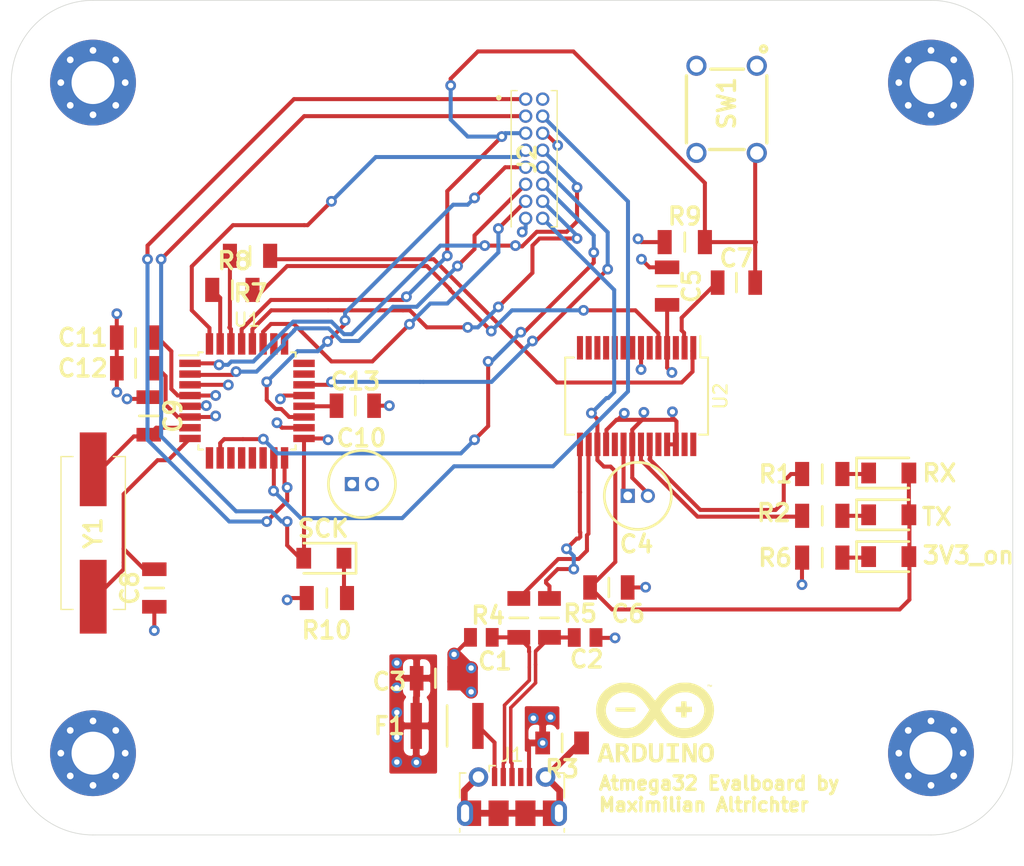
<source format=kicad_pcb>
(kicad_pcb (version 20171130) (host pcbnew "(5.1.9)-1")
  (layers (0 F.Cu signal) (1 In1.Cu power) (2 In2.Cu power) (31 B.Cu signal) (34 B.Paste user) (35 F.Paste user) (36 B.SilkS user) (37 F.SilkS user) (38 B.Mask user) (39 F.Mask user) (44 Edge.Cuts user))
  (net 0 "")
  (net 1 "Net-(J1-Pad6)")
  (net 2 "Net-(D1-Pad1)")
  (net 3 "Net-(D2-Pad1)")
  (net 4 "Net-(R1-Pad2)")
  (net 5 "Net-(R2-Pad2)")
  (net 6 D+)
  (net 7 D-)
  (net 8 "Net-(F1-Pad2)")
  (net 9 "Net-(R4-Pad1)")
  (net 10 "Net-(R5-Pad1)")
  (net 11 +3V3)
  (net 12 "Net-(D3-Pad1)")
  (net 13 "Net-(R7-Pad2)")
  (net 14 TXD)
  (net 15 "Net-(R8-Pad2)")
  (net 16 RXD)
  (net 17 /RESET)
  (net 18 DTR)
  (net 19 /SCK)
  (net 20 "Net-(D4-Pad1)")
  (net 21 /MOSI)
  (net 22 /XTAL2)
  (net 23 /XTAL1)
  (net 24 /MISO)
  (net 25 GND)
  (net 26 "Net-(C13-Pad1)")
  (net 27 /PC5)
  (net 28 /PD4)
  (net 29 /PD6)
  (net 30 /ADC7)
  (net 31 /ADC6)
  (net 32 /INT1)
  (net 33 /INT0)
  (net 34 /PC4)
  (net 35 +5V)
  (module logo_arduino:logo (layer F.Cu) (at 144.526 144.78)
    (fp_text reference G*** hide)
    (fp_text value LOGO hide)
  )
  (module storage:Button (layer F.Cu) (at 149.86 99.06 270)
    (fp_text reference SW1 (at -0.45433 -0.00933 90) (layer F.SilkS) (effects (font (size 1.27 1.27) (thickness 0.254))))
    (fp_text value SW_MEC_5E hide)
    (pad 4 thru_hole circle (at 3.25 2.25 270) (size 1.5 1.5) (drill 1) (layers *.Cu *.Mask))
    (pad 3 thru_hole circle (at -3.25 2.25 270) (size 1.5 1.5) (drill 1) (layers *.Cu *.Mask) (net 25 GND))
    (pad 2 thru_hole circle (at 3.25 -2.25 270) (size 1.5 1.5) (drill 1) (layers *.Cu *.Mask) (net 17 /RESET))
    (pad 1 thru_hole circle (at -3.25 -2.25 270) (size 1.5 1.5) (drill 1) (layers *.Cu *.Mask))
  )
  (module storage:C_0.1uF (layer F.Cu) (at 122.174 121.158)
    (fp_text reference C13 (at 0 -1.82) (layer F.SilkS) (effects (font (size 1.27 1.27) (thickness 0.254))))
    (fp_text value 0.1u hide)
    (pad 2 smd rect (at 1.4 0) (size 1.02 1.82) (layers F.Cu F.Paste F.Mask) (net 25 GND))
    (pad 1 smd rect (at -1.4 0) (size 1.02 1.82) (layers F.Cu F.Paste F.Mask) (net 26 "Net-(C13-Pad1)"))
  )
  (module storage:C_0.1uF (layer F.Cu) (at 105.794 118.364 180)
    (fp_text reference C12 (at 3.94 0) (layer F.SilkS) (effects (font (size 1.27 1.27) (thickness 0.254))))
    (fp_text value 0.1u hide)
    (pad 2 smd rect (at 1.4 0 180) (size 1.02 1.82) (layers F.Cu F.Paste F.Mask) (net 25 GND))
    (pad 1 smd rect (at -1.4 0 180) (size 1.02 1.82) (layers F.Cu F.Paste F.Mask) (net 35 +5V))
  )
  (module storage:C_0.1uF (layer F.Cu) (at 105.788 116.078 180)
    (fp_text reference C11 (at 3.934 0) (layer F.SilkS) (effects (font (size 1.27 1.27) (thickness 0.254))))
    (fp_text value 0.1u hide)
    (pad 2 smd rect (at 1.4 0 180) (size 1.02 1.82) (layers F.Cu F.Paste F.Mask) (net 25 GND))
    (pad 1 smd rect (at -1.4 0 180) (size 1.02 1.82) (layers F.Cu F.Paste F.Mask) (net 35 +5V))
  )
  (module storage:C_4.7uF (layer F.Cu) (at 121.92 127)
    (fp_text reference C10 (at 0.71 -3.43) (layer F.SilkS) (effects (font (size 1.27 1.27) (thickness 0.254))))
    (fp_text value 4.7uF hide)
    (pad 1 thru_hole rect (at 0 0) (size 1.05 1.05) (drill 0.65) (layers *.Cu *.Mask) (net 35 +5V))
    (pad 2 thru_hole circle (at 1.5 0) (size 1.05 1.05) (drill 0.65) (layers *.Cu *.Mask) (net 25 GND))
  )
  (module SamacSys_Parts:ECS49205PXTR (layer F.Cu) (at 102.63 130.65 90)
    (fp_text reference Y1 (at 0 0 90) (layer F.SilkS) (effects (font (size 1.27 1.27) (thickness 0.254))))
    (fp_text value Crystal hide)
    (pad 2 smd rect (at 4.75 0 180) (size 2 5.5) (layers F.Cu F.Paste F.Mask) (net 23 /XTAL1))
    (pad 1 smd rect (at -4.75 0 180) (size 2 5.5) (layers F.Cu F.Paste F.Mask) (net 22 /XTAL2))
  )
  (module storage:C_0.1uF (layer F.Cu) (at 106.77 121.92 270)
    (fp_text reference C9 (at 0 -1.82 90) (layer F.SilkS) (effects (font (size 1.27 1.27) (thickness 0.254))))
    (fp_text value 22pF hide)
    (pad 2 smd rect (at 1.4 0 270) (size 1.02 1.82) (layers F.Cu F.Paste F.Mask) (net 23 /XTAL1))
    (pad 1 smd rect (at -1.4 0 270) (size 1.02 1.82) (layers F.Cu F.Paste F.Mask) (net 25 GND))
  )
  (module storage:C_0.1uF (layer F.Cu) (at 107.188 134.75 90)
    (fp_text reference C8 (at 0 -1.82 90) (layer F.SilkS) (effects (font (size 1.27 1.27) (thickness 0.254))))
    (fp_text value 22pF hide)
    (pad 2 smd rect (at 1.4 0 90) (size 1.02 1.82) (layers F.Cu F.Paste F.Mask) (net 22 /XTAL2))
    (pad 1 smd rect (at -1.4 0 90) (size 1.02 1.82) (layers F.Cu F.Paste F.Mask) (net 25 GND))
  )
  (module storage:R_1K (layer F.Cu) (at 120.055 135.5)
    (fp_text reference R10 (at -0.015 2.4) (layer F.SilkS) (effects (font (size 1.27 1.27) (thickness 0.254))))
    (fp_text value 1K hide)
    (pad 2 smd rect (at 1.5 0) (size 1.05 1.8) (layers F.Cu F.Paste F.Mask) (net 20 "Net-(D4-Pad1)"))
    (pad 1 smd rect (at -1.5 0) (size 1.05 1.8) (layers F.Cu F.Paste F.Mask) (net 25 GND))
  )
  (module storage:LED_WL-SMCW (layer F.Cu) (at 119.83 132.53 180)
    (fp_text reference D4 hide)
    (fp_text value SCK (at 0.05 2.21) (layer F.SilkS) (effects (font (size 1.27 1.27) (thickness 0.254))))
    (pad 2 smd rect (at 1.5 0 180) (size 1.1 1.55) (layers F.Cu F.Paste F.Mask) (net 19 /SCK))
    (pad 1 smd rect (at -1.5 0 180) (size 1.1 1.55) (layers F.Cu F.Paste F.Mask) (net 20 "Net-(D4-Pad1)"))
  )
  (module storage:R_1K (layer F.Cu) (at 146.74 108.96)
    (fp_text reference R9 (at 0 -1.92) (layer F.SilkS) (effects (font (size 1.27 1.27) (thickness 0.254))))
    (fp_text value 1K hide)
    (pad 2 smd rect (at 1.5 0) (size 1.05 1.8) (layers F.Cu F.Paste F.Mask) (net 17 /RESET))
    (pad 1 smd rect (at -1.5 0) (size 1.05 1.8) (layers F.Cu F.Paste F.Mask) (net 35 +5V))
  )
  (module storage:C_0.1uF (layer F.Cu) (at 150.59 111.98)
    (fp_text reference C7 (at 0 -1.82) (layer F.SilkS) (effects (font (size 1.27 1.27) (thickness 0.254))))
    (fp_text value 0.1u hide)
    (pad 2 smd rect (at 1.4 0) (size 1.02 1.82) (layers F.Cu F.Paste F.Mask) (net 17 /RESET))
    (pad 1 smd rect (at -1.4 0) (size 1.02 1.82) (layers F.Cu F.Paste F.Mask) (net 18 DTR))
  )
  (module storage:R_1K (layer F.Cu) (at 113.006 112.522 180)
    (fp_text reference R8 (at -0.15 2.16) (layer F.SilkS) (effects (font (size 1.27 1.27) (thickness 0.254))))
    (fp_text value 1K hide)
    (pad 2 smd rect (at 1.5 0 180) (size 1.05 1.8) (layers F.Cu F.Paste F.Mask) (net 15 "Net-(R8-Pad2)"))
    (pad 1 smd rect (at -1.5 0 180) (size 1.05 1.8) (layers F.Cu F.Paste F.Mask) (net 16 RXD))
  )
  (module storage:R_1K (layer F.Cu) (at 114.324 109.982 180)
    (fp_text reference R7 (at -0.03 -2.79) (layer F.SilkS) (effects (font (size 1.27 1.27) (thickness 0.254))))
    (fp_text value 1K hide)
    (pad 2 smd rect (at 1.5 0 180) (size 1.05 1.8) (layers F.Cu F.Paste F.Mask) (net 13 "Net-(R7-Pad2)"))
    (pad 1 smd rect (at -1.5 0 180) (size 1.05 1.8) (layers F.Cu F.Paste F.Mask) (net 14 TXD))
  )
  (module storage:C_0.1uF (layer F.Cu) (at 141.08 134.71 180)
    (fp_text reference C6 (at -1.44 -1.96) (layer F.SilkS) (effects (font (size 1.27 1.27) (thickness 0.254))))
    (fp_text value 0.1u hide)
    (pad 2 smd rect (at 1.4 0 180) (size 1.02 1.82) (layers F.Cu F.Paste F.Mask) (net 11 +3V3))
    (pad 1 smd rect (at -1.4 0 180) (size 1.02 1.82) (layers F.Cu F.Paste F.Mask) (net 25 GND))
  )
  (module storage:R_1K (layer F.Cu) (at 156.99 132.485 180)
    (fp_text reference R6 (at 3.51 -0.015) (layer F.SilkS) (effects (font (size 1.27 1.27) (thickness 0.254))))
    (fp_text value 1K hide)
    (pad 2 smd rect (at 1.5 0 180) (size 1.05 1.8) (layers F.Cu F.Paste F.Mask) (net 25 GND))
    (pad 1 smd rect (at -1.5 0 180) (size 1.05 1.8) (layers F.Cu F.Paste F.Mask) (net 12 "Net-(D3-Pad1)"))
  )
  (module storage:LED_WL-SMCW (layer F.Cu) (at 161.95 132.41)
    (fp_text reference D3 hide)
    (fp_text value 3V3_on (at 5.94 -0.1) (layer F.SilkS) (effects (font (size 1.27 1.27) (thickness 0.254))))
    (pad 2 smd rect (at 1.5 0) (size 1.1 1.55) (layers F.Cu F.Paste F.Mask) (net 11 +3V3))
    (pad 1 smd rect (at -1.5 0) (size 1.1 1.55) (layers F.Cu F.Paste F.Mask) (net 12 "Net-(D3-Pad1)"))
  )
  (module storage:C_4.7uF (layer F.Cu) (at 142.49 127.88)
    (fp_text reference C4 (at 0.65 3.6) (layer F.SilkS) (effects (font (size 1.27 1.27) (thickness 0.254))))
    (fp_text value 4.7uF hide)
    (pad 1 thru_hole rect (at 0 0) (size 1.05 1.05) (drill 0.65) (layers *.Cu *.Mask) (net 35 +5V))
    (pad 2 thru_hole circle (at 1.5 0) (size 1.05 1.05) (drill 0.65) (layers *.Cu *.Mask) (net 25 GND))
  )
  (module SamacSys_Parts:2002111100016T4LF (layer F.Cu) (at 134.874 98.298 270)
    (fp_text reference J2 (at 4.445 -0.125 90) (layer F.SilkS) (effects (font (size 1.27 1.27) (thickness 0.254))))
    (fp_text value 20021111-00016T4LF hide)
    (pad 16 thru_hole circle (at 8.89 -1.27 270) (size 1 1) (drill 0.65) (layers *.Cu *.Mask) (net 11 +3V3))
    (pad 15 thru_hole circle (at 8.89 0 270) (size 1 1) (drill 0.65) (layers *.Cu *.Mask) (net 25 GND))
    (pad 14 thru_hole circle (at 7.62 -1.27 270) (size 1 1) (drill 0.65) (layers *.Cu *.Mask) (net 27 /PC5))
    (pad 13 thru_hole circle (at 7.62 0 270) (size 1 1) (drill 0.65) (layers *.Cu *.Mask) (net 34 /PC4))
    (pad 12 thru_hole circle (at 6.35 -1.27 270) (size 1 1) (drill 0.65) (layers *.Cu *.Mask) (net 29 /PD6))
    (pad 11 thru_hole circle (at 6.35 0 270) (size 1 1) (drill 0.65) (layers *.Cu *.Mask) (net 28 /PD4))
    (pad 10 thru_hole circle (at 5.08 -1.27 270) (size 1 1) (drill 0.65) (layers *.Cu *.Mask) (net 30 /ADC7))
    (pad 9 thru_hole circle (at 5.08 0 270) (size 1 1) (drill 0.65) (layers *.Cu *.Mask) (net 31 /ADC6))
    (pad 8 thru_hole circle (at 3.81 -1.27 270) (size 1 1) (drill 0.65) (layers *.Cu *.Mask) (net 32 /INT1))
    (pad 7 thru_hole circle (at 3.81 0 270) (size 1 1) (drill 0.65) (layers *.Cu *.Mask) (net 33 /INT0))
    (pad 6 thru_hole circle (at 2.54 -1.27 270) (size 1 1) (drill 0.65) (layers *.Cu *.Mask) (net 25 GND))
    (pad 5 thru_hole circle (at 2.54 0 270) (size 1 1) (drill 0.65) (layers *.Cu *.Mask) (net 17 /RESET))
    (pad 4 thru_hole circle (at 1.27 -1.27 270) (size 1 1) (drill 0.65) (layers *.Cu *.Mask) (net 21 /MOSI))
    (pad 3 thru_hole circle (at 1.27 0 270) (size 1 1) (drill 0.65) (layers *.Cu *.Mask) (net 19 /SCK))
    (pad 2 thru_hole circle (at 0 -1.27 270) (size 1 1) (drill 0.65) (layers *.Cu *.Mask) (net 35 +5V))
    (pad 1 thru_hole circle (at 0 0 270) (size 1 1) (drill 0.65) (layers *.Cu *.Mask) (net 24 /MISO))
  )
  (module MountingHole:MountingHole_3.2mm_M3_Pad_Via (layer F.Cu) (at 165.1 147.066)
    (fp_text reference H4 hide)
    (fp_text value MountingHole_Pad)
    (pad 1 thru_hole circle (at 1.697056 -1.697056) (size 0.8 0.8) (drill 0.5) (layers *.Cu *.Mask) (net 25 GND))
    (pad 1 thru_hole circle (at 0 -2.4) (size 0.8 0.8) (drill 0.5) (layers *.Cu *.Mask) (net 25 GND))
    (pad 1 thru_hole circle (at -1.697056 -1.697056) (size 0.8 0.8) (drill 0.5) (layers *.Cu *.Mask) (net 25 GND))
    (pad 1 thru_hole circle (at -2.4 0) (size 0.8 0.8) (drill 0.5) (layers *.Cu *.Mask) (net 25 GND))
    (pad 1 thru_hole circle (at -1.697056 1.697056) (size 0.8 0.8) (drill 0.5) (layers *.Cu *.Mask) (net 25 GND))
    (pad 1 thru_hole circle (at 0 2.4) (size 0.8 0.8) (drill 0.5) (layers *.Cu *.Mask) (net 25 GND))
    (pad 1 thru_hole circle (at 1.697056 1.697056) (size 0.8 0.8) (drill 0.5) (layers *.Cu *.Mask) (net 25 GND))
    (pad 1 thru_hole circle (at 2.4 0) (size 0.8 0.8) (drill 0.5) (layers *.Cu *.Mask) (net 25 GND))
    (pad 1 thru_hole circle (at 0 0) (size 6.4 6.4) (drill 3.2) (layers *.Cu *.Mask) (net 25 GND))
  )
  (module MountingHole:MountingHole_3.2mm_M3_Pad_Via (layer F.Cu) (at 165.1 97.066)
    (fp_text reference H3 hide)
    (fp_text value MountingHole_Pad)
    (pad 1 thru_hole circle (at 1.697056 -1.697056) (size 0.8 0.8) (drill 0.5) (layers *.Cu *.Mask) (net 25 GND))
    (pad 1 thru_hole circle (at 0 -2.4) (size 0.8 0.8) (drill 0.5) (layers *.Cu *.Mask) (net 25 GND))
    (pad 1 thru_hole circle (at -1.697056 -1.697056) (size 0.8 0.8) (drill 0.5) (layers *.Cu *.Mask) (net 25 GND))
    (pad 1 thru_hole circle (at -2.4 0) (size 0.8 0.8) (drill 0.5) (layers *.Cu *.Mask) (net 25 GND))
    (pad 1 thru_hole circle (at -1.697056 1.697056) (size 0.8 0.8) (drill 0.5) (layers *.Cu *.Mask) (net 25 GND))
    (pad 1 thru_hole circle (at 0 2.4) (size 0.8 0.8) (drill 0.5) (layers *.Cu *.Mask) (net 25 GND))
    (pad 1 thru_hole circle (at 1.697056 1.697056) (size 0.8 0.8) (drill 0.5) (layers *.Cu *.Mask) (net 25 GND))
    (pad 1 thru_hole circle (at 2.4 0) (size 0.8 0.8) (drill 0.5) (layers *.Cu *.Mask) (net 25 GND))
    (pad 1 thru_hole circle (at 0 0) (size 6.4 6.4) (drill 3.2) (layers *.Cu *.Mask) (net 25 GND))
  )
  (module MountingHole:MountingHole_3.2mm_M3_Pad_Via (layer F.Cu) (at 102.616 147.066)
    (fp_text reference H2 hide)
    (fp_text value MountingHole_Pad)
    (pad 1 thru_hole circle (at 1.697056 -1.697056) (size 0.8 0.8) (drill 0.5) (layers *.Cu *.Mask) (net 25 GND))
    (pad 1 thru_hole circle (at 0 -2.4) (size 0.8 0.8) (drill 0.5) (layers *.Cu *.Mask) (net 25 GND))
    (pad 1 thru_hole circle (at -1.697056 -1.697056) (size 0.8 0.8) (drill 0.5) (layers *.Cu *.Mask) (net 25 GND))
    (pad 1 thru_hole circle (at -2.4 0) (size 0.8 0.8) (drill 0.5) (layers *.Cu *.Mask) (net 25 GND))
    (pad 1 thru_hole circle (at -1.697056 1.697056) (size 0.8 0.8) (drill 0.5) (layers *.Cu *.Mask) (net 25 GND))
    (pad 1 thru_hole circle (at 0 2.4) (size 0.8 0.8) (drill 0.5) (layers *.Cu *.Mask) (net 25 GND))
    (pad 1 thru_hole circle (at 1.697056 1.697056) (size 0.8 0.8) (drill 0.5) (layers *.Cu *.Mask) (net 25 GND))
    (pad 1 thru_hole circle (at 2.4 0) (size 0.8 0.8) (drill 0.5) (layers *.Cu *.Mask) (net 25 GND))
    (pad 1 thru_hole circle (at 0 0) (size 6.4 6.4) (drill 3.2) (layers *.Cu *.Mask) (net 25 GND))
  )
  (module MountingHole:MountingHole_3.2mm_M3_Pad_Via (layer F.Cu) (at 102.616 97.066)
    (fp_text reference H1 hide)
    (fp_text value MountingHole_Pad)
    (pad 1 thru_hole circle (at 1.697056 -1.697056) (size 0.8 0.8) (drill 0.5) (layers *.Cu *.Mask) (net 25 GND))
    (pad 1 thru_hole circle (at 0 -2.4) (size 0.8 0.8) (drill 0.5) (layers *.Cu *.Mask) (net 25 GND))
    (pad 1 thru_hole circle (at -1.697056 -1.697056) (size 0.8 0.8) (drill 0.5) (layers *.Cu *.Mask) (net 25 GND))
    (pad 1 thru_hole circle (at -2.4 0) (size 0.8 0.8) (drill 0.5) (layers *.Cu *.Mask) (net 25 GND))
    (pad 1 thru_hole circle (at -1.697056 1.697056) (size 0.8 0.8) (drill 0.5) (layers *.Cu *.Mask) (net 25 GND))
    (pad 1 thru_hole circle (at 0 2.4) (size 0.8 0.8) (drill 0.5) (layers *.Cu *.Mask) (net 25 GND))
    (pad 1 thru_hole circle (at 1.697056 1.697056) (size 0.8 0.8) (drill 0.5) (layers *.Cu *.Mask) (net 25 GND))
    (pad 1 thru_hole circle (at 2.4 0) (size 0.8 0.8) (drill 0.5) (layers *.Cu *.Mask) (net 25 GND))
    (pad 1 thru_hole circle (at 0 0) (size 6.4 6.4) (drill 3.2) (layers *.Cu *.Mask) (net 25 GND))
  )
  (module storage:R_22 (layer F.Cu) (at 136.652 136.98 270)
    (fp_text reference R5 (at -0.328 -2.286 180) (layer F.SilkS) (effects (font (size 1.27 1.27) (thickness 0.254))))
    (fp_text value 22 hide)
    (pad 2 smd rect (at 1.45 0 270) (size 1.1 1.7) (layers F.Cu F.Paste F.Mask) (net 6 D+))
    (pad 1 smd rect (at -1.45 0 270) (size 1.1 1.7) (layers F.Cu F.Paste F.Mask) (net 10 "Net-(R5-Pad1)"))
  )
  (module storage:R_22 (layer F.Cu) (at 134.366 136.98 270)
    (fp_text reference R4 (at -0.18 2.286) (layer F.SilkS) (effects (font (size 1.27 1.27) (thickness 0.254))))
    (fp_text value 22 hide)
    (pad 2 smd rect (at 1.45 0 270) (size 1.1 1.7) (layers F.Cu F.Paste F.Mask) (net 7 D-))
    (pad 1 smd rect (at -1.45 0 270) (size 1.1 1.7) (layers F.Cu F.Paste F.Mask) (net 9 "Net-(R4-Pad1)"))
  )
  (module storage:R_22 (layer F.Cu) (at 137.594 146.304 180)
    (fp_text reference R3 (at 0 -1.94) (layer F.SilkS) (effects (font (size 1.27 1.27) (thickness 0.254))))
    (fp_text value 22 hide)
    (pad 2 smd rect (at 1.45 0 180) (size 1.1 1.7) (layers F.Cu F.Paste F.Mask) (net 25 GND))
    (pad 1 smd rect (at -1.45 0 180) (size 1.1 1.7) (layers F.Cu F.Paste F.Mask) (net 1 "Net-(J1-Pad6)"))
  )
  (module storage:F_0.5A (layer F.Cu) (at 129.018 145.034)
    (fp_text reference F1 (at -4.304 0) (layer F.SilkS) (effects (font (size 1.27 1.27) (thickness 0.254))))
    (fp_text value 0.5A hide)
    (pad 2 smd rect (at 2.3 0) (size 0.85 3.43) (layers F.Cu F.Paste F.Mask) (net 8 "Net-(F1-Pad2)"))
    (pad 1 smd rect (at -2.3 0) (size 0.85 3.43) (layers F.Cu F.Paste F.Mask) (net 35 +5V))
  )
  (module storage:C_0.1uF (layer F.Cu) (at 145.42 112.24 270)
    (fp_text reference C5 (at 0 -1.82 90) (layer F.SilkS) (effects (font (size 1.27 1.27) (thickness 0.254))))
    (fp_text value 0.1u hide)
    (pad 2 smd rect (at 1.4 0 270) (size 1.02 1.82) (layers F.Cu F.Paste F.Mask) (net 35 +5V))
    (pad 1 smd rect (at -1.4 0 270) (size 1.02 1.82) (layers F.Cu F.Paste F.Mask) (net 25 GND))
  )
  (module storage:C_0.1uF (layer F.Cu) (at 128.146 141.478 180)
    (fp_text reference C3 (at 3.432 -0.254) (layer F.SilkS) (effects (font (size 1.27 1.27) (thickness 0.254))))
    (fp_text value 0.1u hide)
    (pad 2 smd rect (at 1.4 0 180) (size 1.02 1.82) (layers F.Cu F.Paste F.Mask) (net 35 +5V))
    (pad 1 smd rect (at -1.4 0 180) (size 1.02 1.82) (layers F.Cu F.Paste F.Mask) (net 25 GND))
  )
  (module storage:C_22pF (layer F.Cu) (at 139.31 138.44 180)
    (fp_text reference C2 (at -0.12 -1.62) (layer F.SilkS) (effects (font (size 1.27 1.27) (thickness 0.254))))
    (fp_text value 22pF hide)
    (pad 1 smd rect (at -0.81 0 180) (size 0.96 1.39) (layers F.Cu F.Paste F.Mask) (net 25 GND))
    (pad 2 smd rect (at 0.81 0 180) (size 0.96 1.39) (layers F.Cu F.Paste F.Mask) (net 6 D+))
  )
  (module storage:C_22pF (layer F.Cu) (at 131.572 138.43)
    (fp_text reference C1 (at 1.016 1.778) (layer F.SilkS) (effects (font (size 1.27 1.27) (thickness 0.254))))
    (fp_text value 22pF hide)
    (pad 1 smd rect (at -0.81 0) (size 0.96 1.39) (layers F.Cu F.Paste F.Mask) (net 25 GND))
    (pad 2 smd rect (at 0.81 0) (size 0.96 1.39) (layers F.Cu F.Paste F.Mask) (net 7 D-))
  )
  (module storage:R_1K (layer F.Cu) (at 156.99 129.3675 180)
    (fp_text reference R2 (at 3.61 0.2175) (layer F.SilkS) (effects (font (size 1.27 1.27) (thickness 0.254))))
    (fp_text value 1K hide)
    (pad 2 smd rect (at 1.5 0 180) (size 1.05 1.8) (layers F.Cu F.Paste F.Mask) (net 5 "Net-(R2-Pad2)"))
    (pad 1 smd rect (at -1.5 0 180) (size 1.05 1.8) (layers F.Cu F.Paste F.Mask) (net 3 "Net-(D2-Pad1)"))
  )
  (module storage:R_1K (layer F.Cu) (at 156.99 126.25 180)
    (fp_text reference R1 (at 3.48 -0.02) (layer F.SilkS) (effects (font (size 1.27 1.27) (thickness 0.254))))
    (fp_text value 1K hide)
    (pad 2 smd rect (at 1.5 0 180) (size 1.05 1.8) (layers F.Cu F.Paste F.Mask) (net 4 "Net-(R1-Pad2)"))
    (pad 1 smd rect (at -1.5 0 180) (size 1.05 1.8) (layers F.Cu F.Paste F.Mask) (net 2 "Net-(D1-Pad1)"))
  )
  (module Package_SO:SSOP-28_5.3x10.2mm_P0.65mm (layer F.Cu) (at 143.15 120.44 270)
    (fp_text reference U2 (at 0 -6.25 90) (layer F.SilkS))
    (fp_text value FT232RL)
    (pad 28 smd rect (at 3.6 -4.225 270) (size 1.75 0.45) (layers F.Cu F.Paste F.Mask))
    (pad 27 smd rect (at 3.6 -3.575 270) (size 1.75 0.45) (layers F.Cu F.Paste F.Mask))
    (pad 26 smd rect (at 3.6 -2.925 270) (size 1.75 0.45) (layers F.Cu F.Paste F.Mask) (net 25 GND))
    (pad 25 smd rect (at 3.6 -2.275 270) (size 1.75 0.45) (layers F.Cu F.Paste F.Mask) (net 25 GND))
    (pad 24 smd rect (at 3.6 -1.625 270) (size 1.75 0.45) (layers F.Cu F.Paste F.Mask))
    (pad 23 smd rect (at 3.6 -0.975 270) (size 1.75 0.45) (layers F.Cu F.Paste F.Mask) (net 4 "Net-(R1-Pad2)"))
    (pad 22 smd rect (at 3.6 -0.325 270) (size 1.75 0.45) (layers F.Cu F.Paste F.Mask) (net 5 "Net-(R2-Pad2)"))
    (pad 21 smd rect (at 3.6 0.325 270) (size 1.75 0.45) (layers F.Cu F.Paste F.Mask) (net 25 GND))
    (pad 20 smd rect (at 3.6 0.975 270) (size 1.75 0.45) (layers F.Cu F.Paste F.Mask) (net 35 +5V))
    (pad 19 smd rect (at 3.6 1.625 270) (size 1.75 0.45) (layers F.Cu F.Paste F.Mask))
    (pad 18 smd rect (at 3.6 2.275 270) (size 1.75 0.45) (layers F.Cu F.Paste F.Mask) (net 25 GND))
    (pad 17 smd rect (at 3.6 2.925 270) (size 1.75 0.45) (layers F.Cu F.Paste F.Mask) (net 11 +3V3))
    (pad 16 smd rect (at 3.6 3.575 270) (size 1.75 0.45) (layers F.Cu F.Paste F.Mask) (net 9 "Net-(R4-Pad1)"))
    (pad 15 smd rect (at 3.6 4.225 270) (size 1.75 0.45) (layers F.Cu F.Paste F.Mask) (net 10 "Net-(R5-Pad1)"))
    (pad 14 smd rect (at -3.6 4.225 270) (size 1.75 0.45) (layers F.Cu F.Paste F.Mask))
    (pad 13 smd rect (at -3.6 3.575 270) (size 1.75 0.45) (layers F.Cu F.Paste F.Mask))
    (pad 12 smd rect (at -3.6 2.925 270) (size 1.75 0.45) (layers F.Cu F.Paste F.Mask))
    (pad 11 smd rect (at -3.6 2.275 270) (size 1.75 0.45) (layers F.Cu F.Paste F.Mask))
    (pad 10 smd rect (at -3.6 1.625 270) (size 1.75 0.45) (layers F.Cu F.Paste F.Mask))
    (pad 9 smd rect (at -3.6 0.975 270) (size 1.75 0.45) (layers F.Cu F.Paste F.Mask))
    (pad 8 smd rect (at -3.6 0.325 270) (size 1.75 0.45) (layers F.Cu F.Paste F.Mask))
    (pad 7 smd rect (at -3.6 -0.325 270) (size 1.75 0.45) (layers F.Cu F.Paste F.Mask) (net 25 GND))
    (pad 6 smd rect (at -3.6 -0.975 270) (size 1.75 0.45) (layers F.Cu F.Paste F.Mask))
    (pad 5 smd rect (at -3.6 -1.625 270) (size 1.75 0.45) (layers F.Cu F.Paste F.Mask) (net 16 RXD))
    (pad 4 smd rect (at -3.6 -2.275 270) (size 1.75 0.45) (layers F.Cu F.Paste F.Mask) (net 35 +5V))
    (pad 3 smd rect (at -3.6 -2.925 270) (size 1.75 0.45) (layers F.Cu F.Paste F.Mask))
    (pad 2 smd rect (at -3.6 -3.575 270) (size 1.75 0.45) (layers F.Cu F.Paste F.Mask) (net 18 DTR))
    (pad 1 smd rect (at -3.6 -4.225 270) (size 1.75 0.45) (layers F.Cu F.Paste F.Mask) (net 14 TXD))
  )
  (module storage:LED_WL-SMCW (layer F.Cu) (at 161.95 129.2925)
    (fp_text reference D2 hide)
    (fp_text value TX (at 3.59 0.15) (layer F.SilkS) (effects (font (size 1.27 1.27) (thickness 0.254))))
    (pad 2 smd rect (at 1.5 0) (size 1.1 1.55) (layers F.Cu F.Paste F.Mask) (net 11 +3V3))
    (pad 1 smd rect (at -1.5 0) (size 1.1 1.55) (layers F.Cu F.Paste F.Mask) (net 3 "Net-(D2-Pad1)"))
  )
  (module Package_QFP:TQFP-32_7x7mm_P0.8mm (layer F.Cu) (at 114.1 120.8)
    (fp_text reference U1 (at 0 -6.05) (layer F.SilkS))
    (fp_text value ATmega328P-AU)
    (pad 32 smd rect (at -2.8 -4.25 90) (size 1.6 0.55) (layers F.Cu F.Paste F.Mask) (net 33 /INT0))
    (pad 31 smd rect (at -2 -4.25 90) (size 1.6 0.55) (layers F.Cu F.Paste F.Mask) (net 15 "Net-(R8-Pad2)"))
    (pad 30 smd rect (at -1.2 -4.25 90) (size 1.6 0.55) (layers F.Cu F.Paste F.Mask) (net 13 "Net-(R7-Pad2)"))
    (pad 29 smd rect (at -0.4 -4.25 90) (size 1.6 0.55) (layers F.Cu F.Paste F.Mask) (net 17 /RESET))
    (pad 28 smd rect (at 0.4 -4.25 90) (size 1.6 0.55) (layers F.Cu F.Paste F.Mask) (net 27 /PC5))
    (pad 27 smd rect (at 1.2 -4.25 90) (size 1.6 0.55) (layers F.Cu F.Paste F.Mask) (net 34 /PC4))
    (pad 26 smd rect (at 2 -4.25 90) (size 1.6 0.55) (layers F.Cu F.Paste F.Mask))
    (pad 25 smd rect (at 2.8 -4.25 90) (size 1.6 0.55) (layers F.Cu F.Paste F.Mask))
    (pad 24 smd rect (at 4.25 -2.8) (size 1.6 0.55) (layers F.Cu F.Paste F.Mask))
    (pad 23 smd rect (at 4.25 -2) (size 1.6 0.55) (layers F.Cu F.Paste F.Mask))
    (pad 22 smd rect (at 4.25 -1.2) (size 1.6 0.55) (layers F.Cu F.Paste F.Mask) (net 30 /ADC7))
    (pad 21 smd rect (at 4.25 -0.4) (size 1.6 0.55) (layers F.Cu F.Paste F.Mask) (net 25 GND))
    (pad 20 smd rect (at 4.25 0.4) (size 1.6 0.55) (layers F.Cu F.Paste F.Mask) (net 26 "Net-(C13-Pad1)"))
    (pad 19 smd rect (at 4.25 1.2) (size 1.6 0.55) (layers F.Cu F.Paste F.Mask) (net 31 /ADC6))
    (pad 18 smd rect (at 4.25 2) (size 1.6 0.55) (layers F.Cu F.Paste F.Mask) (net 35 +5V))
    (pad 17 smd rect (at 4.25 2.8) (size 1.6 0.55) (layers F.Cu F.Paste F.Mask) (net 19 /SCK))
    (pad 16 smd rect (at 2.8 4.25 90) (size 1.6 0.55) (layers F.Cu F.Paste F.Mask) (net 24 /MISO))
    (pad 15 smd rect (at 2 4.25 90) (size 1.6 0.55) (layers F.Cu F.Paste F.Mask) (net 21 /MOSI))
    (pad 14 smd rect (at 1.2 4.25 90) (size 1.6 0.55) (layers F.Cu F.Paste F.Mask))
    (pad 13 smd rect (at 0.4 4.25 90) (size 1.6 0.55) (layers F.Cu F.Paste F.Mask))
    (pad 12 smd rect (at -0.4 4.25 90) (size 1.6 0.55) (layers F.Cu F.Paste F.Mask))
    (pad 11 smd rect (at -1.2 4.25 90) (size 1.6 0.55) (layers F.Cu F.Paste F.Mask))
    (pad 10 smd rect (at -2 4.25 90) (size 1.6 0.55) (layers F.Cu F.Paste F.Mask) (net 29 /PD6))
    (pad 9 smd rect (at -2.8 4.25 90) (size 1.6 0.55) (layers F.Cu F.Paste F.Mask))
    (pad 8 smd rect (at -4.25 2.8) (size 1.6 0.55) (layers F.Cu F.Paste F.Mask) (net 22 /XTAL2))
    (pad 7 smd rect (at -4.25 2) (size 1.6 0.55) (layers F.Cu F.Paste F.Mask) (net 23 /XTAL1))
    (pad 6 smd rect (at -4.25 1.2) (size 1.6 0.55) (layers F.Cu F.Paste F.Mask) (net 35 +5V))
    (pad 5 smd rect (at -4.25 0.4) (size 1.6 0.55) (layers F.Cu F.Paste F.Mask) (net 25 GND))
    (pad 4 smd rect (at -4.25 -0.4) (size 1.6 0.55) (layers F.Cu F.Paste F.Mask) (net 35 +5V))
    (pad 3 smd rect (at -4.25 -1.2) (size 1.6 0.55) (layers F.Cu F.Paste F.Mask) (net 25 GND))
    (pad 2 smd rect (at -4.25 -2) (size 1.6 0.55) (layers F.Cu F.Paste F.Mask) (net 28 /PD4))
    (pad 1 smd rect (at -4.25 -2.8) (size 1.6 0.55) (layers F.Cu F.Paste F.Mask) (net 32 /INT1))
  )
  (module Connector_USB:USB_Micro-B_Molex-105017-0001 (layer F.Cu) (at 133.858 150.3065)
    (fp_text reference J1 (at 0 -3.1125) (layer F.SilkS))
    (fp_text value USB_B_Micro)
    (pad 6 smd rect (at -2.9 1.2375) (size 1.2 1.9) (layers F.Cu F.Mask) (net 1 "Net-(J1-Pad6)"))
    (pad 6 smd rect (at 2.9 1.2375) (size 1.2 1.9) (layers F.Cu F.Mask) (net 1 "Net-(J1-Pad6)"))
    (pad 6 thru_hole oval (at 3.5 1.2375) (size 1.2 1.9) (drill oval 0.6 1.3) (layers *.Cu *.Mask) (net 1 "Net-(J1-Pad6)"))
    (pad 6 thru_hole oval (at -3.5 1.2375 180) (size 1.2 1.9) (drill oval 0.6 1.3) (layers *.Cu *.Mask) (net 1 "Net-(J1-Pad6)"))
    (pad 6 smd rect (at -1 1.2375) (size 1.5 1.9) (layers F.Cu F.Paste F.Mask) (net 1 "Net-(J1-Pad6)"))
    (pad 6 thru_hole circle (at 2.5 -1.4625) (size 1.45 1.45) (drill 0.85) (layers *.Cu *.Mask) (net 1 "Net-(J1-Pad6)"))
    (pad 3 smd rect (at 0 -1.4625) (size 0.4 1.35) (layers F.Cu F.Paste F.Mask) (net 6 D+))
    (pad 4 smd rect (at 0.65 -1.4625) (size 0.4 1.35) (layers F.Cu F.Paste F.Mask))
    (pad 5 smd rect (at 1.3 -1.4625) (size 0.4 1.35) (layers F.Cu F.Paste F.Mask) (net 25 GND))
    (pad 1 smd rect (at -1.3 -1.4625) (size 0.4 1.35) (layers F.Cu F.Paste F.Mask) (net 8 "Net-(F1-Pad2)"))
    (pad 2 smd rect (at -0.65 -1.4625) (size 0.4 1.35) (layers F.Cu F.Paste F.Mask) (net 7 D-))
    (pad 6 thru_hole circle (at -2.5 -1.4625) (size 1.45 1.45) (drill 0.85) (layers *.Cu *.Mask) (net 1 "Net-(J1-Pad6)"))
    (pad 6 smd rect (at 1 1.2375) (size 1.5 1.9) (layers F.Cu F.Paste F.Mask) (net 1 "Net-(J1-Pad6)"))
  )
  (module storage:LED_WL-SMCW (layer F.Cu) (at 161.95 126.175)
    (fp_text reference D1 hide)
    (fp_text value RX (at 3.77 0.015) (layer F.SilkS) (effects (font (size 1.27 1.27) (thickness 0.254))))
    (pad 2 smd rect (at 1.5 0) (size 1.1 1.55) (layers F.Cu F.Paste F.Mask) (net 11 +3V3))
    (pad 1 smd rect (at -1.5 0) (size 1.1 1.55) (layers F.Cu F.Paste F.Mask) (net 2 "Net-(D1-Pad1)"))
  )
  (gr_text "Atmega32 Evalboard by\nMaximilian Altrichter" (at 140.208 150.114) (layer F.SilkS) (effects (font (size 1 1) (thickness 0.25)) (justify left)))
  (gr_arc (start 102.616 147.066) (end 96.52 147.066) (angle -90) (layer Edge.Cuts) (width 0.05))
  (gr_arc (start 165.1 147.066) (end 165.1 153.162) (angle -90) (layer Edge.Cuts) (width 0.05))
  (gr_arc (start 165.1 97.028) (end 171.196 97.028) (angle -90) (layer Edge.Cuts) (width 0.05))
  (gr_arc (start 102.616 97.028) (end 102.616 90.932) (angle -90) (layer Edge.Cuts) (width 0.05))
  (gr_line (start 96.52 147.066) (end 96.52 97.028) (layer Edge.Cuts) (width 0.05))
  (gr_line (start 165.1 153.162) (end 102.616 153.162) (layer Edge.Cuts) (width 0.05))
  (gr_line (start 171.196 97.028) (end 171.196 147.066) (layer Edge.Cuts) (width 0.05))
  (gr_line (start 102.616 90.932) (end 165.1 90.932) (layer Edge.Cuts) (width 0.05))
  (segment (start 139.044 146.304) (end 138.938 146.304) (width 0.5) (layer F.Cu) (net 1))
  (segment (start 138.938 146.304) (end 136.398 148.844) (width 0.5) (layer F.Cu) (net 1))
  (segment (start 136.398 148.844) (end 137.414 149.86) (width 0.5) (layer F.Cu) (net 1))
  (segment (start 137.414 149.86) (end 137.414 151.638) (width 0.5) (layer F.Cu) (net 1))
  (segment (start 137.358 151.544) (end 130.396 151.544) (width 0.5) (layer F.Cu) (net 1))
  (segment (start 130.396 151.544) (end 130.302 151.45) (width 0.5) (layer F.Cu) (net 1))
  (segment (start 130.302 151.45) (end 130.302 149.86) (width 0.5) (layer F.Cu) (net 1))
  (segment (start 130.302 149.86) (end 131.318 148.844) (width 0.5) (layer F.Cu) (net 1))
  (segment (start 158.49 126.25) (end 160.26 126.25) (width 0.3) (layer F.Cu) (net 2))
  (segment (start 158.49 129.3675) (end 160.4025 129.3675) (width 0.3) (layer F.Cu) (net 3))
  (segment (start 154.665 126.25) (end 154.12 126.795) (width 0.3) (layer F.Cu) (net 4))
  (segment (start 155.49 126.25) (end 154.665 126.25) (width 0.3) (layer F.Cu) (net 4))
  (segment (start 154.12 128.32) (end 153.51001 128.92999) (width 0.3) (layer F.Cu) (net 4))
  (segment (start 154.12 126.795) (end 154.12 128.32) (width 0.3) (layer F.Cu) (net 4))
  (segment (start 153.51001 128.92999) (end 147.89711 128.92999) (width 0.3) (layer F.Cu) (net 4))
  (segment (start 147.89711 128.92999) (end 144.12356 125.15644) (width 0.3) (layer F.Cu) (net 4))
  (segment (start 144.12356 125.15644) (end 144.13 125.15) (width 0.3) (layer F.Cu) (net 4))
  (segment (start 144.13 125.1) (end 144.16 125.07) (width 0.3) (layer F.Cu) (net 4))
  (segment (start 144.13 125.15) (end 144.13 125.1) (width 0.3) (layer F.Cu) (net 4))
  (segment (start 144.16 125.07) (end 144.16 124.05) (width 0.3) (layer F.Cu) (net 4))
  (segment (start 143.475 125.215) (end 147.69 129.43) (width 0.3) (layer F.Cu) (net 5))
  (segment (start 143.475 124.04) (end 143.475 125.215) (width 0.3) (layer F.Cu) (net 5))
  (segment (start 147.69 129.43) (end 155.45 129.43) (width 0.3) (layer F.Cu) (net 5))
  (segment (start 133.765156 143.677164) (end 135.614156 141.828164) (width 0.261112) (layer F.Cu) (net 6))
  (segment (start 135.614156 141.828164) (end 135.614156 140.46255) (width 0.261112) (layer F.Cu) (net 6))
  (segment (start 133.858 147.831499) (end 133.765156 147.738655) (width 0.261112) (layer F.Cu) (net 6))
  (segment (start 133.765156 147.738655) (end 133.765156 143.677164) (width 0.261112) (layer F.Cu) (net 6))
  (segment (start 133.858 148.844) (end 133.858 147.831499) (width 0.261112) (layer F.Cu) (net 6))
  (segment (start 135.614156 140.46255) (end 135.614156 139.510086) (width 0.261112) (layer F.Cu) (net 6))
  (segment (start 136.652 138.43) (end 135.636 139.446) (width 0.3) (layer F.Cu) (net 6))
  (segment (start 138.5 138.44) (end 136.662 138.44) (width 0.3) (layer F.Cu) (net 6))
  (segment (start 136.662 138.44) (end 136.672 138.43) (width 0.3) (layer F.Cu) (net 6))
  (segment (start 135.149844 141.635836) (end 135.149844 140.654878) (width 0.261112) (layer F.Cu) (net 7))
  (segment (start 133.208 147.831499) (end 133.300844 147.738655) (width 0.261112) (layer F.Cu) (net 7))
  (segment (start 133.300844 143.484836) (end 135.149844 141.635836) (width 0.261112) (layer F.Cu) (net 7))
  (segment (start 133.208 148.844) (end 133.208 147.831499) (width 0.261112) (layer F.Cu) (net 7))
  (segment (start 133.300844 147.738655) (end 133.300844 143.484836) (width 0.261112) (layer F.Cu) (net 7))
  (segment (start 135.149844 140.654878) (end 135.149844 139.510086) (width 0.261112) (layer F.Cu) (net 7))
  (segment (start 134.366 138.43) (end 135.128 139.192) (width 0.3) (layer F.Cu) (net 7))
  (segment (start 135.13359 139.493832) (end 135.13359 139.510086) (width 0.3) (layer F.Cu) (net 7))
  (segment (start 135.128 139.488242) (end 135.13359 139.493832) (width 0.3) (layer F.Cu) (net 7))
  (segment (start 135.128 139.192) (end 135.128 139.488242) (width 0.3) (layer F.Cu) (net 7))
  (segment (start 134.366 138.43) (end 132.334 138.43) (width 0.3) (layer F.Cu) (net 7))
  (segment (start 132.558 148.844) (end 132.558 146.274) (width 0.3) (layer F.Cu) (net 8))
  (segment (start 132.558 146.274) (end 131.318 145.034) (width 0.3) (layer F.Cu) (net 8))
  (segment (start 134.366 135.53) (end 137.308 132.588) (width 0.3) (layer F.Cu) (net 9))
  (segment (start 138.822002 132.588) (end 139.446 131.964002) (width 0.3) (layer F.Cu) (net 9))
  (segment (start 137.308 132.588) (end 138.822002 132.588) (width 0.3) (layer F.Cu) (net 9))
  (segment (start 139.446 131.964002) (end 139.446 131.826) (width 0.3) (layer F.Cu) (net 9))
  (segment (start 139.446 131.826) (end 139.446 130.81) (width 0.3) (layer F.Cu) (net 9))
  (segment (start 139.446 130.81) (end 139.56 130.696) (width 0.3) (layer F.Cu) (net 9))
  (segment (start 139.56 130.696) (end 139.56 125.42) (width 0.3) (layer F.Cu) (net 9))
  (segment (start 139.56 125.42) (end 139.56 124.23) (width 0.3) (layer F.Cu) (net 9))
  (segment (start 136.652 135.53) (end 136.652 134.874) (width 0.3) (layer F.Cu) (net 10))
  (segment (start 136.652 134.874) (end 136.652 134.62) (width 0.3) (layer F.Cu) (net 10))
  (segment (start 136.398 134.366) (end 136.398 134.20512) (width 0.3) (layer F.Cu) (net 10))
  (segment (start 136.652 134.62) (end 136.398 134.366) (width 0.3) (layer F.Cu) (net 10))
  (via (at 138.46395 133.338) (size 0.8) (drill 0.4) (layers F.Cu B.Cu) (net 10))
  (segment (start 137.26512 133.338) (end 138.46395 133.338) (width 0.3) (layer F.Cu) (net 10))
  (segment (start 136.398 134.20512) (end 137.26512 133.338) (width 0.3) (layer F.Cu) (net 10))
  (via (at 137.922 131.826) (size 0.8) (drill 0.4) (layers F.Cu B.Cu) (net 10))
  (segment (start 138.46395 132.36795) (end 137.922 131.826) (width 0.3) (layer B.Cu) (net 10))
  (segment (start 138.46395 133.338) (end 138.46395 132.36795) (width 0.3) (layer B.Cu) (net 10))
  (segment (start 137.922 131.826) (end 138.684 131.064) (width 0.3) (layer F.Cu) (net 10))
  (segment (start 138.938 127.612) (end 138.92 127.594) (width 0.3) (layer F.Cu) (net 10))
  (segment (start 138.92 127.594) (end 138.92 124.06) (width 0.3) (layer F.Cu) (net 10))
  (segment (start 138.94599 130.94401) (end 138.94599 130.60289) (width 0.3) (layer F.Cu) (net 10))
  (segment (start 138.826 131.064) (end 138.94599 130.94401) (width 0.3) (layer F.Cu) (net 10))
  (segment (start 138.684 131.064) (end 138.826 131.064) (width 0.3) (layer F.Cu) (net 10))
  (segment (start 138.92 130.5769) (end 138.92 127.594) (width 0.3) (layer F.Cu) (net 10))
  (segment (start 138.94599 130.60289) (end 138.92 130.5769) (width 0.3) (layer F.Cu) (net 10))
  (segment (start 139.68 134.71) (end 141.32 136.35) (width 0.3) (layer F.Cu) (net 11))
  (segment (start 141.32 136.35) (end 162.76 136.35) (width 0.3) (layer F.Cu) (net 11))
  (segment (start 162.76 136.35) (end 163.49 135.62) (width 0.3) (layer F.Cu) (net 11))
  (segment (start 163.49 135.62) (end 163.49 129.23) (width 0.3) (layer F.Cu) (net 11))
  (segment (start 163.49 129.23) (end 163.53 129.19) (width 0.3) (layer F.Cu) (net 11))
  (segment (start 163.45 129.2925) (end 163.45 126.21) (width 0.3) (layer F.Cu) (net 11))
  (segment (start 140.225 125.215) (end 140.71 125.7) (width 0.3) (layer F.Cu) (net 11))
  (segment (start 140.225 124.04) (end 140.225 125.215) (width 0.3) (layer F.Cu) (net 11))
  (segment (start 140.71 125.7) (end 141.21 125.7) (width 0.3) (layer F.Cu) (net 11))
  (segment (start 141.21 125.7) (end 141.56 126.05) (width 0.3) (layer F.Cu) (net 11))
  (segment (start 141.56 126.05) (end 141.56 132.81) (width 0.3) (layer F.Cu) (net 11))
  (segment (start 141.56 132.81) (end 139.81 134.56) (width 0.3) (layer F.Cu) (net 11))
  (via (at 139.78 121.71) (size 0.8) (drill 0.4) (layers F.Cu B.Cu) (net 11))
  (segment (start 140.225 122.155) (end 139.78 121.71) (width 0.3) (layer F.Cu) (net 11))
  (segment (start 140.225 124.04) (end 140.225 122.155) (width 0.3) (layer F.Cu) (net 11))
  (segment (start 139.78 121.71) (end 140.9 120.59) (width 0.3) (layer B.Cu) (net 11))
  (segment (start 136.144 107.188) (end 141.478 112.522) (width 0.3) (layer B.Cu) (net 11))
  (segment (start 141.478 112.522) (end 141.478 120.142) (width 0.3) (layer B.Cu) (net 11))
  (segment (start 141.03 120.59) (end 141.478 120.142) (width 0.3) (layer B.Cu) (net 11))
  (segment (start 140.9 120.59) (end 141.03 120.59) (width 0.3) (layer B.Cu) (net 11))
  (segment (start 158.49 132.485) (end 160.525 132.485) (width 0.3) (layer F.Cu) (net 12))
  (segment (start 112.9 115.45) (end 112.776 115.326) (width 0.3) (layer F.Cu) (net 13))
  (segment (start 112.9 116.55) (end 112.9 115.45) (width 0.3) (layer F.Cu) (net 13))
  (segment (start 112.824 115.374) (end 112.9 115.45) (width 0.3) (layer F.Cu) (net 13))
  (segment (start 112.824 110.236) (end 112.824 115.374) (width 0.3) (layer F.Cu) (net 13))
  (segment (start 115.824 110.236) (end 128.016 110.236) (width 0.3) (layer F.Cu) (net 14))
  (segment (start 137.210001 119.430001) (end 146.507999 119.430001) (width 0.3) (layer F.Cu) (net 14))
  (segment (start 128.016 110.236) (end 137.210001 119.430001) (width 0.3) (layer F.Cu) (net 14))
  (segment (start 146.507999 119.430001) (end 147.32 118.618) (width 0.3) (layer F.Cu) (net 14))
  (segment (start 147.32 117.094) (end 147.300001 117.074001) (width 0.3) (layer F.Cu) (net 14))
  (segment (start 147.32 118.618) (end 147.32 117.094) (width 0.3) (layer F.Cu) (net 14))
  (segment (start 112.1 116.55) (end 112.1 113.116) (width 0.3) (layer F.Cu) (net 15))
  (segment (start 112.1 113.116) (end 111.506 112.522) (width 0.3) (layer F.Cu) (net 15))
  (segment (start 144.775 116.84) (end 144.775 115.759998) (width 0.3) (layer F.Cu) (net 16))
  (via (at 132.311669 115.592331) (size 0.8) (drill 0.4) (layers F.Cu B.Cu) (net 16))
  (segment (start 129.241338 112.522) (end 132.311669 115.592331) (width 0.3) (layer F.Cu) (net 16))
  (via (at 139.192 114.046) (size 0.8) (drill 0.4) (layers F.Cu B.Cu) (net 16))
  (segment (start 133.858 114.046) (end 139.192 114.046) (width 0.3) (layer B.Cu) (net 16))
  (segment (start 132.311669 115.592331) (end 133.858 114.046) (width 0.3) (layer B.Cu) (net 16))
  (segment (start 143.061002 114.046) (end 143.666501 114.651499) (width 0.3) (layer F.Cu) (net 16))
  (segment (start 139.192 114.046) (end 143.061002 114.046) (width 0.3) (layer F.Cu) (net 16))
  (segment (start 144.775 115.759998) (end 143.666501 114.651499) (width 0.3) (layer F.Cu) (net 16))
  (segment (start 129.241338 112.522) (end 129.241338 112.477338) (width 0.3) (layer F.Cu) (net 16))
  (segment (start 129.241338 112.477338) (end 127.508 110.744) (width 0.3) (layer F.Cu) (net 16))
  (segment (start 127.508 110.744) (end 117.094 110.744) (width 0.3) (layer F.Cu) (net 16))
  (segment (start 117.094 110.744) (end 115.062 112.776) (width 0.3) (layer F.Cu) (net 16))
  (segment (start 115.062 112.776) (end 114.808 112.776) (width 0.3) (layer F.Cu) (net 16))
  (segment (start 151.99 111.98) (end 151.99 109.01) (width 0.3) (layer F.Cu) (net 17))
  (segment (start 148.24 108.96) (end 152.05 108.96) (width 0.3) (layer F.Cu) (net 17))
  (segment (start 151.99 102.54) (end 151.99 109.18) (width 0.3) (layer F.Cu) (net 17))
  (segment (start 115.878 113.272) (end 120.99623 113.272) (width 0.3) (layer F.Cu) (net 17))
  (segment (start 113.7 115.45) (end 115.878 113.272) (width 0.3) (layer F.Cu) (net 17))
  (segment (start 113.7 116.55) (end 113.7 115.45) (width 0.3) (layer F.Cu) (net 17))
  (via (at 133.096 101.092) (size 0.8) (drill 0.4) (layers F.Cu B.Cu) (net 17))
  (segment (start 133.35 100.838) (end 133.096 101.092) (width 0.3) (layer B.Cu) (net 17))
  (segment (start 134.874 100.838) (end 133.35 100.838) (width 0.3) (layer B.Cu) (net 17))
  (segment (start 129.032 105.156) (end 129.032 109.982) (width 0.3) (layer F.Cu) (net 17))
  (segment (start 133.096 101.092) (end 129.032 105.156) (width 0.3) (layer F.Cu) (net 17))
  (segment (start 148.24 108.96) (end 148.24 104.552) (width 0.3) (layer F.Cu) (net 17))
  (segment (start 148.24 104.552) (end 138.43 94.742) (width 0.3) (layer F.Cu) (net 17))
  (segment (start 138.43 94.742) (end 131.318 94.742) (width 0.3) (layer F.Cu) (net 17))
  (via (at 129.286 97.282) (size 0.8) (drill 0.4) (layers F.Cu B.Cu) (net 17))
  (segment (start 129.286 96.774) (end 129.286 97.282) (width 0.3) (layer F.Cu) (net 17))
  (segment (start 131.318 94.742) (end 129.286 96.774) (width 0.3) (layer F.Cu) (net 17))
  (segment (start 129.286 97.282) (end 129.286 99.822) (width 0.3) (layer B.Cu) (net 17))
  (segment (start 130.556 101.092) (end 133.096 101.092) (width 0.3) (layer B.Cu) (net 17))
  (segment (start 129.286 99.822) (end 130.556 101.092) (width 0.3) (layer B.Cu) (net 17))
  (segment (start 126.05591 112.95809) (end 129.032 109.982) (width 0.3) (layer B.Cu) (net 17))
  (segment (start 120.99623 113.272) (end 125.718 113.272) (width 0.3) (layer F.Cu) (net 17))
  (via (at 125.984 113.03) (size 0.8) (drill 0.4) (layers F.Cu B.Cu) (net 17))
  (segment (start 125.742 113.272) (end 125.984 113.03) (width 0.3) (layer F.Cu) (net 17))
  (segment (start 125.718 113.272) (end 125.742 113.272) (width 0.3) (layer F.Cu) (net 17))
  (via (at 129.032 109.982) (size 0.8) (drill 0.4) (layers F.Cu B.Cu) (net 17))
  (segment (start 149.19 111.98) (end 148.98 111.98) (width 0.3) (layer F.Cu) (net 18))
  (segment (start 146.51 115.544998) (end 146.69 115.724998) (width 0.3) (layer F.Cu) (net 18))
  (segment (start 146.51 114.600002) (end 146.51 115.544998) (width 0.3) (layer F.Cu) (net 18))
  (segment (start 148.98 112.130002) (end 146.51 114.600002) (width 0.3) (layer F.Cu) (net 18))
  (segment (start 148.98 111.98) (end 148.98 112.130002) (width 0.3) (layer F.Cu) (net 18))
  (segment (start 146.69 115.724998) (end 146.69 116.73) (width 0.3) (layer F.Cu) (net 18))
  (segment (start 118.35 123.6) (end 118.35 132.574) (width 0.3) (layer F.Cu) (net 19))
  (segment (start 118.35 123.6) (end 119.45 123.6) (width 0.3) (layer F.Cu) (net 19))
  (via (at 120.142 123.698) (size 0.8) (drill 0.4) (layers F.Cu B.Cu) (net 19))
  (segment (start 120.044 123.6) (end 120.142 123.698) (width 0.3) (layer F.Cu) (net 19))
  (segment (start 119.45 123.6) (end 120.044 123.6) (width 0.3) (layer F.Cu) (net 19))
  (via (at 107.696 110.236) (size 0.8) (drill 0.4) (layers F.Cu B.Cu) (net 19))
  (segment (start 118.364 99.568) (end 107.696 110.236) (width 0.3) (layer F.Cu) (net 19))
  (segment (start 134.874 99.568) (end 118.364 99.568) (width 0.3) (layer F.Cu) (net 19))
  (segment (start 107.696 110.236) (end 107.696 123.444) (width 0.3) (layer B.Cu) (net 19))
  (segment (start 107.696 123.444) (end 113.284 129.032) (width 0.3) (layer B.Cu) (net 19))
  (via (at 117.094 129.794) (size 0.8) (drill 0.4) (layers F.Cu B.Cu) (net 19))
  (segment (start 116.680002 129.794) (end 117.094 129.794) (width 0.3) (layer B.Cu) (net 19))
  (segment (start 115.918002 129.032) (end 116.680002 129.794) (width 0.3) (layer B.Cu) (net 19))
  (segment (start 113.284 129.032) (end 115.918002 129.032) (width 0.3) (layer B.Cu) (net 19))
  (segment (start 117.094 129.794) (end 117.094 131.572) (width 0.3) (layer F.Cu) (net 19))
  (segment (start 117.094 131.572) (end 117.856 132.334) (width 0.3) (layer F.Cu) (net 19))
  (segment (start 117.856 132.334) (end 118.364 132.334) (width 0.3) (layer F.Cu) (net 19))
  (segment (start 121.33 132.53) (end 121.33 135.046) (width 0.3) (layer F.Cu) (net 20))
  (via (at 116.078 127.508) (size 0.8) (drill 0.4) (layers F.Cu B.Cu) (net 21))
  (segment (start 116.1 127.486) (end 116.078 127.508) (width 0.3) (layer F.Cu) (net 21))
  (segment (start 116.1 125.05) (end 116.1 127.486) (width 0.3) (layer F.Cu) (net 21))
  (segment (start 125.67512 129.54) (end 118.11 129.54) (width 0.3) (layer B.Cu) (net 21))
  (segment (start 129.54 125.67512) (end 125.67512 129.54) (width 0.3) (layer B.Cu) (net 21))
  (segment (start 136.924882 125.67512) (end 129.54 125.67512) (width 0.3) (layer B.Cu) (net 21))
  (segment (start 142.505999 120.094003) (end 136.924882 125.67512) (width 0.3) (layer B.Cu) (net 21))
  (segment (start 118.11 129.54) (end 116.078 127.508) (width 0.3) (layer B.Cu) (net 21))
  (segment (start 142.505999 105.929999) (end 142.505999 120.094003) (width 0.3) (layer B.Cu) (net 21))
  (segment (start 136.144 99.568) (end 142.505999 105.929999) (width 0.3) (layer B.Cu) (net 21))
  (segment (start 109.85 123.6) (end 108.228 125.222) (width 0.3) (layer F.Cu) (net 22))
  (segment (start 107.429998 125.222) (end 104.902 127.749998) (width 0.3) (layer F.Cu) (net 22))
  (segment (start 108.228 125.222) (end 107.429998 125.222) (width 0.3) (layer F.Cu) (net 22))
  (segment (start 106.426 133.35) (end 104.902 131.826) (width 0.3) (layer F.Cu) (net 22))
  (segment (start 107.188 133.35) (end 106.426 133.35) (width 0.3) (layer F.Cu) (net 22))
  (segment (start 104.902 131.826) (end 104.902 132.842) (width 0.3) (layer F.Cu) (net 22))
  (segment (start 104.902 127.749998) (end 104.902 131.826) (width 0.3) (layer F.Cu) (net 22))
  (segment (start 104.902 133.096) (end 104.902 133.35) (width 0.3) (layer F.Cu) (net 22))
  (segment (start 104.902 132.842) (end 104.902 133.096) (width 0.3) (layer F.Cu) (net 22))
  (segment (start 104.902 133.35) (end 102.87 135.382) (width 0.3) (layer F.Cu) (net 22))
  (segment (start 109.85 122.8) (end 107.324 122.8) (width 0.3) (layer F.Cu) (net 23))
  (segment (start 107.324 122.8) (end 106.68 123.444) (width 0.3) (layer F.Cu) (net 23))
  (segment (start 106.68 123.444) (end 105.664 123.444) (width 0.3) (layer F.Cu) (net 23))
  (segment (start 105.664 123.444) (end 102.87 126.238) (width 0.3) (layer F.Cu) (net 23))
  (via (at 117.094 127.254) (size 0.8) (drill 0.4) (layers F.Cu B.Cu) (net 24))
  (segment (start 116.9 127.06) (end 117.094 127.254) (width 0.3) (layer F.Cu) (net 24))
  (segment (start 116.9 125.05) (end 116.9 127.06) (width 0.3) (layer F.Cu) (net 24))
  (segment (start 134.874 98.298) (end 117.602 98.298) (width 0.3) (layer F.Cu) (net 24))
  (via (at 106.68 110.236) (size 0.8) (drill 0.4) (layers F.Cu B.Cu) (net 24))
  (segment (start 106.68 109.22) (end 106.68 110.236) (width 0.3) (layer F.Cu) (net 24))
  (segment (start 117.602 98.298) (end 106.68 109.22) (width 0.3) (layer F.Cu) (net 24))
  (segment (start 106.68 110.236) (end 106.68 123.698) (width 0.3) (layer B.Cu) (net 24))
  (via (at 115.57 129.794) (size 0.8) (drill 0.4) (layers F.Cu B.Cu) (net 24))
  (segment (start 112.776 129.794) (end 115.57 129.794) (width 0.3) (layer B.Cu) (net 24))
  (segment (start 106.68 123.698) (end 112.776 129.794) (width 0.3) (layer B.Cu) (net 24))
  (segment (start 117.094 128.27) (end 117.094 127.254) (width 0.3) (layer F.Cu) (net 24))
  (segment (start 115.57 129.794) (end 117.094 128.27) (width 0.3) (layer F.Cu) (net 24))
  (via (at 107.188 137.922) (size 0.8) (drill 0.4) (layers F.Cu B.Cu) (net 25))
  (via (at 105.156 120.65) (size 0.8) (drill 0.4) (layers F.Cu B.Cu) (net 25))
  (via (at 104.394 120.142) (size 0.8) (drill 0.4) (layers F.Cu B.Cu) (net 25))
  (via (at 104.394 114.3) (size 0.8) (drill 0.4) (layers F.Cu B.Cu) (net 25))
  (via (at 141.54 138.47) (size 0.8) (drill 0.4) (layers F.Cu B.Cu) (net 25))
  (via (at 155.48 134.5) (size 0.8) (drill 0.4) (layers F.Cu B.Cu) (net 25))
  (via (at 130.81 140.716) (size 0.8) (drill 0.4) (layers F.Cu B.Cu) (net 25))
  (via (at 130.81 142.494) (size 0.8) (drill 0.4) (layers F.Cu B.Cu) (net 25))
  (via (at 129.54 139.7) (size 0.8) (drill 0.4) (layers F.Cu B.Cu) (net 25))
  (segment (start 129.54 139.7) (end 129.54 141.478) (width 0.3) (layer F.Cu) (net 25))
  (segment (start 130.81 142.494) (end 130.81 140.716) (width 1) (layer F.Cu) (net 25))
  (segment (start 130.556 140.716) (end 129.54 139.7) (width 1) (layer F.Cu) (net 25))
  (segment (start 130.81 140.716) (end 130.556 140.716) (width 1) (layer F.Cu) (net 25))
  (segment (start 129.54 139.7) (end 129.54 141.732) (width 1) (layer F.Cu) (net 25))
  (segment (start 130.81 140.716) (end 129.794 141.732) (width 1) (layer F.Cu) (net 25))
  (segment (start 129.794 141.732) (end 129.54 141.732) (width 1) (layer F.Cu) (net 25))
  (segment (start 130.048 141.732) (end 130.81 142.494) (width 1) (layer F.Cu) (net 25))
  (segment (start 129.54 141.732) (end 130.048 141.732) (width 1) (layer F.Cu) (net 25))
  (segment (start 135.294 146.304) (end 135.128 146.47) (width 0.3) (layer F.Cu) (net 25))
  (segment (start 136.144 146.304) (end 136.144 146.304) (width 0.3) (layer F.Cu) (net 25))
  (segment (start 135.128 146.47) (end 135.128 149.098) (width 0.3) (layer F.Cu) (net 25))
  (segment (start 155.48 134.5) (end 155.48 132.41) (width 0.3) (layer F.Cu) (net 25))
  (segment (start 136.144 146.304) (end 135.294 146.304) (width 0.3) (layer F.Cu) (net 25))
  (via (at 136.144 146.304) (size 0.8) (drill 0.4) (layers F.Cu B.Cu) (net 25))
  (via (at 135.45 144.46) (size 0.8) (drill 0.4) (layers F.Cu B.Cu) (net 25))
  (via (at 136.73 144.38) (size 0.8) (drill 0.4) (layers F.Cu B.Cu) (net 25))
  (via (at 143.82 134.69) (size 0.8) (drill 0.4) (layers F.Cu B.Cu) (net 25))
  (segment (start 143.8 134.71) (end 143.82 134.69) (width 0.3) (layer F.Cu) (net 25))
  (segment (start 142.48 134.71) (end 143.8 134.71) (width 0.3) (layer F.Cu) (net 25))
  (segment (start 141.54 138.47) (end 140.38 138.47) (width 0.3) (layer F.Cu) (net 25))
  (segment (start 140.38 138.47) (end 140.34 138.51) (width 0.3) (layer F.Cu) (net 25))
  (segment (start 140.34 138.51) (end 140.29 138.46) (width 0.3) (layer F.Cu) (net 25))
  (segment (start 130.762 138.478) (end 129.54 139.7) (width 0.3) (layer F.Cu) (net 25))
  (segment (start 130.762 138.43) (end 130.762 138.478) (width 0.3) (layer F.Cu) (net 25))
  (segment (start 142.825 126.534998) (end 143.98 127.689998) (width 0.3) (layer F.Cu) (net 25))
  (segment (start 142.825 124.04) (end 142.825 126.534998) (width 0.3) (layer F.Cu) (net 25))
  (segment (start 145.425 124.04) (end 146.1 124.04) (width 0.3) (layer F.Cu) (net 25))
  (segment (start 146.1 124.04) (end 146.12 124.02) (width 0.3) (layer F.Cu) (net 25))
  (segment (start 146.12 124.02) (end 146.12 122.44) (width 0.3) (layer F.Cu) (net 25))
  (segment (start 146.12 122.44) (end 146.12 122.33) (width 0.3) (layer F.Cu) (net 25))
  (segment (start 146.12 122.33) (end 146 122.21) (width 0.3) (layer F.Cu) (net 25))
  (segment (start 141.65 122.21) (end 140.9 122.96) (width 0.3) (layer F.Cu) (net 25))
  (segment (start 140.9 122.96) (end 140.9 124) (width 0.3) (layer F.Cu) (net 25))
  (segment (start 142.825 122.945) (end 143.56 122.21) (width 0.3) (layer F.Cu) (net 25))
  (segment (start 142.825 124.04) (end 142.825 122.945) (width 0.3) (layer F.Cu) (net 25))
  (segment (start 143.56 122.21) (end 141.65 122.21) (width 0.3) (layer F.Cu) (net 25))
  (segment (start 146 122.21) (end 143.56 122.21) (width 0.3) (layer F.Cu) (net 25))
  (segment (start 143.98 127.689998) (end 143.98 127.689998) (width 0.3) (layer F.Cu) (net 25))
  (via (at 142.23 121.72) (size 0.8) (drill 0.4) (layers F.Cu B.Cu) (net 25))
  (via (at 143.69 121.65) (size 0.8) (drill 0.4) (layers F.Cu B.Cu) (net 25))
  (via (at 145.82 121.61) (size 0.8) (drill 0.4) (layers F.Cu B.Cu) (net 25))
  (via (at 143.48 118.46) (size 0.8) (drill 0.4) (layers F.Cu B.Cu) (net 25))
  (segment (start 143.69 122.08) (end 143.56 122.21) (width 0.3) (layer F.Cu) (net 25))
  (segment (start 143.69 121.65) (end 143.69 122.08) (width 0.3) (layer F.Cu) (net 25))
  (segment (start 145.82 122.03) (end 146 122.21) (width 0.3) (layer F.Cu) (net 25))
  (segment (start 145.82 121.61) (end 145.82 122.03) (width 0.3) (layer F.Cu) (net 25))
  (segment (start 141.74 122.21) (end 141.65 122.21) (width 0.3) (layer F.Cu) (net 25))
  (segment (start 142.23 121.72) (end 141.74 122.21) (width 0.3) (layer F.Cu) (net 25))
  (segment (start 143.48 118.46) (end 143.48 116.95) (width 0.3) (layer F.Cu) (net 25))
  (via (at 116.586 120.65) (size 0.8) (drill 0.4) (layers F.Cu B.Cu) (net 25))
  (segment (start 116.836 120.4) (end 116.586 120.65) (width 0.3) (layer F.Cu) (net 25))
  (segment (start 118.35 120.4) (end 116.836 120.4) (width 0.3) (layer F.Cu) (net 25))
  (segment (start 104.388 114.306) (end 104.394 114.3) (width 0.3) (layer F.Cu) (net 25))
  (segment (start 104.388 116.078) (end 104.388 114.306) (width 0.3) (layer F.Cu) (net 25))
  (segment (start 104.388 116.078) (end 104.388 118.612) (width 0.3) (layer F.Cu) (net 25))
  (segment (start 104.388 118.612) (end 104.394 118.618) (width 0.3) (layer F.Cu) (net 25))
  (segment (start 104.394 118.618) (end 104.394 120.142) (width 0.3) (layer F.Cu) (net 25))
  (segment (start 105.156 120.65) (end 106.68 120.65) (width 0.3) (layer F.Cu) (net 25))
  (segment (start 104.394 118.618) (end 104.394 118.618) (width 0.3) (layer F.Cu) (net 25))
  (via (at 111.061202 121.15) (size 0.8) (drill 0.4) (layers F.Cu B.Cu) (net 25))
  (segment (start 111.011202 121.2) (end 111.061202 121.15) (width 0.3) (layer F.Cu) (net 25))
  (segment (start 109.85 121.2) (end 111.011202 121.2) (width 0.3) (layer F.Cu) (net 25))
  (segment (start 107.188 137.922) (end 107.188 136.144) (width 0.3) (layer F.Cu) (net 25))
  (via (at 112.706932 119.610001) (size 0.8) (drill 0.4) (layers F.Cu B.Cu) (net 25))
  (segment (start 112.696931 119.6) (end 112.706932 119.610001) (width 0.3) (layer F.Cu) (net 25))
  (segment (start 109.85 119.6) (end 112.696931 119.6) (width 0.3) (layer F.Cu) (net 25))
  (via (at 124.714 121.158) (size 0.8) (drill 0.4) (layers F.Cu B.Cu) (net 25))
  (segment (start 123.574 121.158) (end 124.714 121.158) (width 0.3) (layer F.Cu) (net 25))
  (via (at 117.094 135.636) (size 0.8) (drill 0.4) (layers F.Cu B.Cu) (net 25))
  (segment (start 117.23 135.5) (end 117.094 135.636) (width 0.3) (layer F.Cu) (net 25))
  (segment (start 118.555 135.5) (end 117.23 135.5) (width 0.3) (layer F.Cu) (net 25))
  (via (at 143.51 110.236) (size 0.8) (drill 0.4) (layers F.Cu B.Cu) (net 25))
  (segment (start 144.114 110.84) (end 143.51 110.236) (width 0.3) (layer F.Cu) (net 25))
  (segment (start 145.42 110.84) (end 144.114 110.84) (width 0.3) (layer F.Cu) (net 25))
  (via (at 137.264669 101.749331) (size 0.8) (drill 0.4) (layers F.Cu B.Cu) (net 25))
  (segment (start 136.353338 100.838) (end 137.264669 101.749331) (width 0.3) (layer F.Cu) (net 25))
  (segment (start 136.144 100.838) (end 136.353338 100.838) (width 0.3) (layer F.Cu) (net 25))
  (via (at 134.62 108.204) (size 0.8) (drill 0.4) (layers F.Cu B.Cu) (net 25))
  (segment (start 134.874 107.95) (end 134.62 108.204) (width 0.3) (layer B.Cu) (net 25))
  (segment (start 134.874 107.188) (end 134.874 107.95) (width 0.3) (layer B.Cu) (net 25))
  (segment (start 118.35 121.2) (end 120.862 121.2) (width 0.3) (layer F.Cu) (net 26))
  (segment (start 115.904 114.046) (end 120.142 114.046) (width 0.3) (layer F.Cu) (net 27))
  (segment (start 114.5 115.45) (end 115.904 114.046) (width 0.3) (layer F.Cu) (net 27))
  (segment (start 114.5 116.55) (end 114.5 115.45) (width 0.3) (layer F.Cu) (net 27))
  (via (at 138.706331 108.689669) (size 0.8) (drill 0.4) (layers F.Cu B.Cu) (net 27))
  (segment (start 138.706331 108.480331) (end 138.706331 108.689669) (width 0.3) (layer B.Cu) (net 27))
  (segment (start 136.144 105.918) (end 138.706331 108.480331) (width 0.3) (layer B.Cu) (net 27))
  (segment (start 138.706331 108.689669) (end 135.912331 108.689669) (width 0.3) (layer F.Cu) (net 27))
  (segment (start 135.912331 108.689669) (end 135.382 109.22) (width 0.3) (layer F.Cu) (net 27))
  (via (at 132.842 113.792) (size 0.8) (drill 0.4) (layers F.Cu B.Cu) (net 27))
  (segment (start 135.382 111.252) (end 132.842 113.792) (width 0.3) (layer F.Cu) (net 27))
  (segment (start 135.382 109.22) (end 135.382 111.252) (width 0.3) (layer F.Cu) (net 27))
  (segment (start 120.142 114.046) (end 125.73 114.046) (width 0.3) (layer F.Cu) (net 27))
  (segment (start 125.73 114.046) (end 126.238 114.046) (width 0.3) (layer F.Cu) (net 27))
  (segment (start 126.238 114.046) (end 127.508 115.316) (width 0.3) (layer F.Cu) (net 27))
  (via (at 130.556 115.316) (size 0.8) (drill 0.4) (layers F.Cu B.Cu) (net 27))
  (segment (start 127.508 115.316) (end 130.556 115.316) (width 0.3) (layer F.Cu) (net 27))
  (segment (start 131.318 115.316) (end 132.842 113.792) (width 0.3) (layer B.Cu) (net 27))
  (segment (start 130.556 115.316) (end 131.318 115.316) (width 0.3) (layer B.Cu) (net 27))
  (via (at 113.284 118.618) (size 0.8) (drill 0.4) (layers F.Cu B.Cu) (net 28))
  (segment (start 113.041999 118.860001) (end 113.284 118.618) (width 0.3) (layer F.Cu) (net 28))
  (segment (start 109.910001 118.860001) (end 113.041999 118.860001) (width 0.3) (layer F.Cu) (net 28))
  (segment (start 109.85 118.8) (end 109.910001 118.860001) (width 0.3) (layer F.Cu) (net 28))
  (segment (start 134.874 104.648) (end 131.064 108.458) (width 0.3) (layer F.Cu) (net 28))
  (via (at 129.794 110.744) (size 0.8) (drill 0.4) (layers F.Cu B.Cu) (net 28))
  (segment (start 131.064 109.474) (end 129.794 110.744) (width 0.3) (layer F.Cu) (net 28))
  (segment (start 131.064 108.458) (end 131.064 109.474) (width 0.3) (layer F.Cu) (net 28))
  (segment (start 114.808 118.618) (end 113.284 118.618) (width 0.3) (layer B.Cu) (net 28))
  (segment (start 116.84 116.586) (end 114.808 118.618) (width 0.3) (layer B.Cu) (net 28))
  (segment (start 116.84 116.332) (end 116.84 116.586) (width 0.3) (layer B.Cu) (net 28))
  (segment (start 117.602 115.57) (end 116.84 116.332) (width 0.3) (layer B.Cu) (net 28))
  (segment (start 117.602 115.539118) (end 117.602 115.57) (width 0.3) (layer B.Cu) (net 28))
  (segment (start 120.18889 115.390012) (end 117.751106 115.390012) (width 0.3) (layer B.Cu) (net 28))
  (segment (start 117.751106 115.390012) (end 117.602 115.539118) (width 0.3) (layer B.Cu) (net 28))
  (segment (start 121.130878 116.332) (end 120.18889 115.390012) (width 0.3) (layer B.Cu) (net 28))
  (segment (start 122.428 116.332) (end 121.130878 116.332) (width 0.3) (layer B.Cu) (net 28))
  (segment (start 124.979999 113.780001) (end 122.428 116.332) (width 0.3) (layer B.Cu) (net 28))
  (segment (start 126.757999 113.780001) (end 124.979999 113.780001) (width 0.3) (layer B.Cu) (net 28))
  (segment (start 129.794 110.744) (end 126.757999 113.780001) (width 0.3) (layer B.Cu) (net 28))
  (segment (start 112.400002 123.649998) (end 113.792 123.649998) (width 0.3) (layer F.Cu) (net 29))
  (segment (start 112.1 123.95) (end 112.400002 123.649998) (width 0.3) (layer F.Cu) (net 29))
  (segment (start 112.1 125.05) (end 112.1 123.95) (width 0.3) (layer F.Cu) (net 29))
  (via (at 139.954 109.728) (size 0.8) (drill 0.4) (layers F.Cu B.Cu) (net 29))
  (segment (start 139.954 108.458) (end 139.954 109.728) (width 0.3) (layer B.Cu) (net 29))
  (segment (start 136.144 104.648) (end 139.954 108.458) (width 0.3) (layer B.Cu) (net 29))
  (segment (start 139.954 109.728) (end 139.954 110.49) (width 0.3) (layer F.Cu) (net 29))
  (via (at 134.515331 115.674669) (size 0.8) (drill 0.4) (layers F.Cu B.Cu) (net 29))
  (segment (start 134.769331 115.674669) (end 134.515331 115.674669) (width 0.3) (layer F.Cu) (net 29))
  (segment (start 139.954 110.49) (end 134.769331 115.674669) (width 0.3) (layer F.Cu) (net 29))
  (segment (start 134.515331 115.674669) (end 132.62795 117.56205) (width 0.3) (layer B.Cu) (net 29))
  (via (at 115.316 123.649998) (size 0.8) (drill 0.4) (layers F.Cu B.Cu) (net 29))
  (segment (start 113.792 123.649998) (end 115.316 123.649998) (width 0.3) (layer F.Cu) (net 29))
  (segment (start 115.316 123.649998) (end 116.380002 124.714) (width 0.3) (layer B.Cu) (net 29))
  (via (at 131.064 123.698) (size 0.8) (drill 0.4) (layers F.Cu B.Cu) (net 29))
  (segment (start 130.048 124.714) (end 131.064 123.698) (width 0.3) (layer B.Cu) (net 29))
  (segment (start 116.380002 124.714) (end 130.048 124.714) (width 0.3) (layer B.Cu) (net 29))
  (via (at 132.08 117.856) (size 0.8) (drill 0.4) (layers F.Cu B.Cu) (net 29))
  (segment (start 132.08 122.682) (end 132.08 117.856) (width 0.3) (layer F.Cu) (net 29))
  (segment (start 131.064 123.698) (end 132.08 122.682) (width 0.3) (layer F.Cu) (net 29))
  (segment (start 132.334 117.856) (end 132.62795 117.56205) (width 0.3) (layer B.Cu) (net 29))
  (segment (start 132.08 117.856) (end 132.334 117.856) (width 0.3) (layer B.Cu) (net 29))
  (via (at 120.396 119.38) (size 0.8) (drill 0.4) (layers F.Cu B.Cu) (net 30))
  (segment (start 120.176 119.6) (end 120.396 119.38) (width 0.3) (layer F.Cu) (net 30))
  (segment (start 118.35 119.6) (end 120.176 119.6) (width 0.3) (layer F.Cu) (net 30))
  (segment (start 120.396 119.38) (end 127 119.38) (width 0.3) (layer B.Cu) (net 30))
  (segment (start 127 119.38) (end 127.254 119.38) (width 0.3) (layer B.Cu) (net 30))
  (via (at 140.992331 110.975669) (size 0.8) (drill 0.4) (layers F.Cu B.Cu) (net 30))
  (segment (start 140.992331 108.226331) (end 140.992331 110.975669) (width 0.3) (layer B.Cu) (net 30))
  (segment (start 136.144 103.378) (end 140.992331 108.226331) (width 0.3) (layer B.Cu) (net 30))
  (via (at 135.382 116.332) (size 0.8) (drill 0.4) (layers F.Cu B.Cu) (net 30))
  (segment (start 135.636 116.332) (end 135.382 116.332) (width 0.3) (layer F.Cu) (net 30))
  (segment (start 140.992331 110.975669) (end 135.636 116.332) (width 0.3) (layer F.Cu) (net 30))
  (segment (start 132.334 119.38) (end 127.254 119.38) (width 0.3) (layer B.Cu) (net 30))
  (segment (start 135.382 116.332) (end 132.334 119.38) (width 0.3) (layer B.Cu) (net 30))
  (segment (start 115.57 120.744002) (end 115.57 119.38) (width 0.3) (layer F.Cu) (net 31))
  (segment (start 116.225999 121.400001) (end 115.57 120.744002) (width 0.3) (layer F.Cu) (net 31))
  (segment (start 116.650001 121.400001) (end 116.225999 121.400001) (width 0.3) (layer F.Cu) (net 31))
  (via (at 115.57 119.38) (size 0.8) (drill 0.4) (layers F.Cu B.Cu) (net 31))
  (segment (start 117.25 122) (end 116.650001 121.400001) (width 0.3) (layer F.Cu) (net 31))
  (segment (start 118.35 122) (end 117.25 122) (width 0.3) (layer F.Cu) (net 31))
  (via (at 121.412 114.796) (size 0.8) (drill 0.4) (layers F.Cu B.Cu) (net 31))
  (via (at 120.106108 116.367892) (size 0.8) (drill 0.4) (layers F.Cu B.Cu) (net 31))
  (segment (start 121.412 115.062) (end 120.106108 116.367892) (width 0.3) (layer F.Cu) (net 31))
  (segment (start 121.412 114.796) (end 121.412 115.062) (width 0.3) (layer F.Cu) (net 31))
  (segment (start 119.38 117.094) (end 120.106108 116.367892) (width 0.3) (layer B.Cu) (net 31))
  (segment (start 117.856 117.094) (end 119.38 117.094) (width 0.3) (layer B.Cu) (net 31))
  (segment (start 115.57 119.38) (end 117.856 117.094) (width 0.3) (layer B.Cu) (net 31))
  (segment (start 121.412 114.230315) (end 129.470315 106.172) (width 0.3) (layer B.Cu) (net 31))
  (segment (start 121.412 114.796) (end 121.412 114.230315) (width 0.3) (layer B.Cu) (net 31))
  (via (at 131.064 105.664) (size 0.8) (drill 0.4) (layers F.Cu B.Cu) (net 31))
  (segment (start 130.556 106.172) (end 131.064 105.664) (width 0.3) (layer B.Cu) (net 31))
  (segment (start 129.470315 106.172) (end 130.556 106.172) (width 0.3) (layer B.Cu) (net 31))
  (segment (start 133.35 103.378) (end 134.112 103.378) (width 0.3) (layer F.Cu) (net 31))
  (segment (start 131.064 105.664) (end 133.35 103.378) (width 0.3) (layer F.Cu) (net 31))
  (segment (start 134.874 103.378) (end 134.112 103.378) (width 0.3) (layer F.Cu) (net 31))
  (via (at 112.014 118.11) (size 0.8) (drill 0.4) (layers F.Cu B.Cu) (net 32))
  (segment (start 111.904 118) (end 112.014 118.11) (width 0.3) (layer F.Cu) (net 32))
  (segment (start 109.85 118) (end 111.904 118) (width 0.3) (layer F.Cu) (net 32))
  (via (at 138.706331 104.879669) (size 0.8) (drill 0.4) (layers F.Cu B.Cu) (net 32))
  (segment (start 138.706331 104.670331) (end 138.706331 104.879669) (width 0.3) (layer B.Cu) (net 32))
  (segment (start 136.144 102.108) (end 138.706331 104.670331) (width 0.3) (layer B.Cu) (net 32))
  (segment (start 138.706331 107.419669) (end 137.936341 108.189659) (width 0.3) (layer F.Cu) (net 32))
  (segment (start 138.706331 104.879669) (end 138.706331 107.419669) (width 0.3) (layer F.Cu) (net 32))
  (segment (start 135.705221 108.189659) (end 134.62 109.27488) (width 0.3) (layer F.Cu) (net 32))
  (segment (start 137.936341 108.189659) (end 135.705221 108.189659) (width 0.3) (layer F.Cu) (net 32))
  (via (at 134.112 109.22) (size 0.8) (drill 0.4) (layers F.Cu B.Cu) (net 32))
  (segment (start 134.16688 109.27488) (end 134.112 109.22) (width 0.3) (layer F.Cu) (net 32))
  (segment (start 134.62 109.27488) (end 134.16688 109.27488) (width 0.3) (layer F.Cu) (net 32))
  (via (at 131.826 109.22) (size 0.8) (drill 0.4) (layers F.Cu B.Cu) (net 32))
  (segment (start 131.826 109.22) (end 134.112 109.22) (width 0.3) (layer F.Cu) (net 32))
  (segment (start 112.681998 118.11) (end 112.014 118.11) (width 0.3) (layer B.Cu) (net 32))
  (segment (start 112.923999 117.867999) (end 112.681998 118.11) (width 0.3) (layer B.Cu) (net 32))
  (segment (start 114.565999 117.867999) (end 112.923999 117.867999) (width 0.3) (layer B.Cu) (net 32))
  (segment (start 120.396 114.890002) (end 117.543996 114.890002) (width 0.3) (layer B.Cu) (net 32))
  (segment (start 117.543996 114.890002) (end 114.565999 117.867999) (width 0.3) (layer B.Cu) (net 32))
  (segment (start 121.329998 115.824) (end 120.396 114.890002) (width 0.3) (layer B.Cu) (net 32))
  (segment (start 121.92 115.824) (end 121.329998 115.824) (width 0.3) (layer B.Cu) (net 32))
  (segment (start 128.524 109.22) (end 121.92 115.824) (width 0.3) (layer B.Cu) (net 32))
  (segment (start 131.826 109.22) (end 128.524 109.22) (width 0.3) (layer B.Cu) (net 32))
  (segment (start 111.3 116.55) (end 111.3 115.364) (width 0.3) (layer F.Cu) (net 33))
  (segment (start 111.3 115.364) (end 109.982 114.046) (width 0.3) (layer F.Cu) (net 33))
  (segment (start 109.982 110.768998) (end 113.054998 107.696) (width 0.3) (layer F.Cu) (net 33))
  (segment (start 109.982 114.046) (end 109.982 110.768998) (width 0.3) (layer F.Cu) (net 33))
  (via (at 120.396 105.918) (size 0.8) (drill 0.4) (layers F.Cu B.Cu) (net 33))
  (segment (start 118.618 107.696) (end 118.364 107.696) (width 0.3) (layer F.Cu) (net 33))
  (segment (start 120.396 105.918) (end 118.618 107.696) (width 0.3) (layer F.Cu) (net 33))
  (segment (start 113.054998 107.696) (end 118.364 107.696) (width 0.3) (layer F.Cu) (net 33))
  (segment (start 123.698 102.616) (end 120.396 105.918) (width 0.3) (layer B.Cu) (net 33))
  (segment (start 134.366 102.616) (end 123.698 102.616) (width 0.3) (layer B.Cu) (net 33))
  (segment (start 134.874 102.108) (end 134.366 102.616) (width 0.3) (layer B.Cu) (net 33))
  (via (at 132.842 107.95) (size 0.8) (drill 0.4) (layers F.Cu B.Cu) (net 34))
  (segment (start 132.842 109.728001) (end 132.842 107.95) (width 0.3) (layer B.Cu) (net 34))
  (segment (start 129.032 113.538001) (end 132.842 109.728001) (width 0.3) (layer B.Cu) (net 34))
  (segment (start 132.842 107.95) (end 134.874 105.918) (width 0.3) (layer F.Cu) (net 34))
  (via (at 126.215669 115.084331) (size 0.8) (drill 0.4) (layers F.Cu B.Cu) (net 34))
  (segment (start 127.761999 113.538001) (end 126.215669 115.084331) (width 0.3) (layer B.Cu) (net 34))
  (segment (start 129.032 113.538001) (end 127.761999 113.538001) (width 0.3) (layer B.Cu) (net 34))
  (segment (start 126.215669 115.084331) (end 126.193338 115.062) (width 0.3) (layer F.Cu) (net 34))
  (segment (start 120.396 117.856) (end 123.444 117.856) (width 0.3) (layer F.Cu) (net 34))
  (segment (start 123.444 117.856) (end 124.46 116.84) (width 0.3) (layer F.Cu) (net 34))
  (segment (start 117.602 115.062) (end 120.396 117.856) (width 0.3) (layer F.Cu) (net 34))
  (segment (start 115.3 115.644998) (end 115.882998 115.062) (width 0.3) (layer F.Cu) (net 34))
  (segment (start 124.46 116.84) (end 126.215669 115.084331) (width 0.3) (layer F.Cu) (net 34))
  (segment (start 115.882998 115.062) (end 117.602 115.062) (width 0.3) (layer F.Cu) (net 34))
  (segment (start 115.3 116.55) (end 115.3 115.644998) (width 0.3) (layer F.Cu) (net 34))
  (segment (start 126.718 145.034) (end 126.718 145.034) (width 0.3) (layer F.Cu) (net 35))
  (segment (start 126.718 141.532) (end 126.718 141.506) (width 0.3) (layer F.Cu) (net 35))
  (via (at 125.27 142.1875) (size 0.8) (drill 0.4) (layers F.Cu B.Cu) (net 35))
  (segment (start 126.718 145.034) (end 126.718 141.532) (width 0.3) (layer F.Cu) (net 35))
  (via (at 125.27 145.8825) (size 0.8) (drill 0.4) (layers F.Cu B.Cu) (net 35))
  (via (at 125.27 147.73) (size 0.8) (drill 0.4) (layers F.Cu B.Cu) (net 35))
  (via (at 126.73 147.75) (size 0.8) (drill 0.4) (layers F.Cu B.Cu) (net 35))
  (via (at 125.27 144.035) (size 0.8) (drill 0.4) (layers F.Cu B.Cu) (net 35))
  (via (at 125.27 140.34) (size 0.8) (drill 0.4) (layers F.Cu B.Cu) (net 35))
  (segment (start 142.175 124.04) (end 142.175 127.435) (width 0.3) (layer F.Cu) (net 35))
  (segment (start 142.175 127.435) (end 142.52 127.78) (width 0.3) (layer F.Cu) (net 35))
  (segment (start 145.425 116.84) (end 145.425 113.795) (width 0.3) (layer F.Cu) (net 35))
  (segment (start 145.425 113.795) (end 145.425 113.795) (width 0.3) (layer F.Cu) (net 35))
  (via (at 145.78 118.68) (size 0.8) (drill 0.4) (layers F.Cu B.Cu) (net 35))
  (segment (start 145.425 118.325) (end 145.78 118.68) (width 0.3) (layer F.Cu) (net 35))
  (segment (start 145.425 116.84) (end 145.425 118.325) (width 0.3) (layer F.Cu) (net 35))
  (segment (start 108.944998 120.4) (end 108.458 119.913002) (width 0.3) (layer F.Cu) (net 35))
  (segment (start 109.85 120.4) (end 108.944998 120.4) (width 0.3) (layer F.Cu) (net 35))
  (segment (start 108.458 119.913002) (end 108.458 117.094) (width 0.3) (layer F.Cu) (net 35))
  (segment (start 108.458 117.094) (end 107.442 116.078) (width 0.3) (layer F.Cu) (net 35))
  (segment (start 108.030001 121.085003) (end 108.030001 118.952001) (width 0.3) (layer F.Cu) (net 35))
  (segment (start 108.944998 122) (end 108.030001 121.085003) (width 0.3) (layer F.Cu) (net 35))
  (segment (start 109.85 122) (end 108.944998 122) (width 0.3) (layer F.Cu) (net 35))
  (segment (start 108.030001 118.952001) (end 107.442 118.364) (width 0.3) (layer F.Cu) (net 35))
  (via (at 111.76 120.396) (size 0.8) (drill 0.4) (layers F.Cu B.Cu) (net 35))
  (segment (start 111.756 120.4) (end 111.76 120.396) (width 0.3) (layer F.Cu) (net 35))
  (segment (start 109.85 120.4) (end 111.756 120.4) (width 0.3) (layer F.Cu) (net 35))
  (via (at 111.76 121.92) (size 0.8) (drill 0.4) (layers F.Cu B.Cu) (net 35))
  (segment (start 111.68 122) (end 111.76 121.92) (width 0.3) (layer F.Cu) (net 35))
  (segment (start 109.85 122) (end 111.68 122) (width 0.3) (layer F.Cu) (net 35))
  (via (at 116.332 122.428) (size 0.8) (drill 0.4) (layers F.Cu B.Cu) (net 35))
  (segment (start 116.704 122.8) (end 116.332 122.428) (width 0.3) (layer F.Cu) (net 35))
  (segment (start 118.35 122.8) (end 116.704 122.8) (width 0.3) (layer F.Cu) (net 35))
  (via (at 143.256 108.712) (size 0.8) (drill 0.4) (layers F.Cu B.Cu) (net 35))
  (segment (start 143.504 108.96) (end 143.256 108.712) (width 0.3) (layer F.Cu) (net 35))
  (segment (start 145.24 108.96) (end 143.504 108.96) (width 0.3) (layer F.Cu) (net 35))
  (zone (net 35) (net_name +5V) (layer F.Cu) (connect_pads (clearance 0.508)) (min_thickness 0.254) (fill yes (arc_segments 32) (thermal_gap 0.508) (thermal_bridge_width 0.508))
    (polygon (pts (xy 128.27 148.59) (xy 124.714 148.59) (xy 124.714 139.7) (xy 128.27 139.7)))
  )
  (zone (net 25) (net_name GND) (layer F.Cu) (connect_pads (clearance 0.508)) (min_thickness 0.254) (fill yes (arc_segments 32) (thermal_gap 0.508) (thermal_bridge_width 0.508))
    (polygon (pts (xy 137.39 143.57) (xy 137.4 146.97) (xy 134.82 146.96) (xy 134.81 146.96) (xy 134.81 143.56)))
  )
)
</source>
